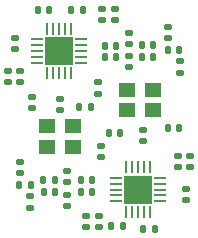
<source format=gbr>
%TF.GenerationSoftware,KiCad,Pcbnew,6.0.7-f9a2dced07~116~ubuntu20.04.1*%
%TF.CreationDate,2022-09-24T19:15:38+02:00*%
%TF.ProjectId,SRRReceiver,53525252-6563-4656-9976-65722e6b6963,rev?*%
%TF.SameCoordinates,Original*%
%TF.FileFunction,Soldermask,Top*%
%TF.FilePolarity,Negative*%
%FSLAX46Y46*%
G04 Gerber Fmt 4.6, Leading zero omitted, Abs format (unit mm)*
G04 Created by KiCad (PCBNEW 6.0.7-f9a2dced07~116~ubuntu20.04.1) date 2022-09-24 19:15:38*
%MOMM*%
%LPD*%
G01*
G04 APERTURE LIST*
G04 Aperture macros list*
%AMRoundRect*
0 Rectangle with rounded corners*
0 $1 Rounding radius*
0 $2 $3 $4 $5 $6 $7 $8 $9 X,Y pos of 4 corners*
0 Add a 4 corners polygon primitive as box body*
4,1,4,$2,$3,$4,$5,$6,$7,$8,$9,$2,$3,0*
0 Add four circle primitives for the rounded corners*
1,1,$1+$1,$2,$3*
1,1,$1+$1,$4,$5*
1,1,$1+$1,$6,$7*
1,1,$1+$1,$8,$9*
0 Add four rect primitives between the rounded corners*
20,1,$1+$1,$2,$3,$4,$5,0*
20,1,$1+$1,$4,$5,$6,$7,0*
20,1,$1+$1,$6,$7,$8,$9,0*
20,1,$1+$1,$8,$9,$2,$3,0*%
G04 Aperture macros list end*
%ADD10R,1.400000X1.200000*%
%ADD11RoundRect,0.140000X0.170000X-0.140000X0.170000X0.140000X-0.170000X0.140000X-0.170000X-0.140000X0*%
%ADD12RoundRect,0.140000X-0.170000X0.140000X-0.170000X-0.140000X0.170000X-0.140000X0.170000X0.140000X0*%
%ADD13RoundRect,0.140000X-0.140000X-0.170000X0.140000X-0.170000X0.140000X0.170000X-0.140000X0.170000X0*%
%ADD14RoundRect,0.147500X0.147500X0.172500X-0.147500X0.172500X-0.147500X-0.172500X0.147500X-0.172500X0*%
%ADD15RoundRect,0.140000X0.140000X0.170000X-0.140000X0.170000X-0.140000X-0.170000X0.140000X-0.170000X0*%
%ADD16RoundRect,0.062500X-0.425000X-0.062500X0.425000X-0.062500X0.425000X0.062500X-0.425000X0.062500X0*%
%ADD17RoundRect,0.062500X-0.062500X-0.425000X0.062500X-0.425000X0.062500X0.425000X-0.062500X0.425000X0*%
%ADD18R,2.400000X2.400000*%
%ADD19RoundRect,0.062500X0.425000X0.062500X-0.425000X0.062500X-0.425000X-0.062500X0.425000X-0.062500X0*%
%ADD20RoundRect,0.062500X0.062500X0.425000X-0.062500X0.425000X-0.062500X-0.425000X0.062500X-0.425000X0*%
%ADD21RoundRect,0.147500X-0.147500X-0.172500X0.147500X-0.172500X0.147500X0.172500X-0.147500X0.172500X0*%
%ADD22RoundRect,0.147500X0.172500X-0.147500X0.172500X0.147500X-0.172500X0.147500X-0.172500X-0.147500X0*%
%ADD23RoundRect,0.135000X-0.135000X-0.185000X0.135000X-0.185000X0.135000X0.185000X-0.135000X0.185000X0*%
%ADD24RoundRect,0.147500X-0.172500X0.147500X-0.172500X-0.147500X0.172500X-0.147500X0.172500X0.147500X0*%
%ADD25RoundRect,0.135000X0.135000X0.185000X-0.135000X0.185000X-0.135000X-0.185000X0.135000X-0.185000X0*%
G04 APERTURE END LIST*
D10*
%TO.C,Y2*%
X119900000Y-90250000D03*
X122100000Y-90250000D03*
X122100000Y-91950000D03*
X119900000Y-91950000D03*
%TD*%
%TO.C,Y1*%
X128816250Y-87138154D03*
X126616250Y-87138154D03*
X126616250Y-88838154D03*
X128816250Y-88838154D03*
%TD*%
D11*
%TO.C,C5*%
X124237500Y-98780000D03*
X124237500Y-97820000D03*
%TD*%
D12*
%TO.C,C6*%
X124400000Y-91908154D03*
X124400000Y-92868154D03*
%TD*%
D13*
%TO.C,C7*%
X125098750Y-90788154D03*
X126058750Y-90788154D03*
%TD*%
%TO.C,C32*%
X127920000Y-83350000D03*
X128880000Y-83350000D03*
%TD*%
D14*
%TO.C,L6*%
X131085000Y-83800000D03*
X130115000Y-83800000D03*
%TD*%
D11*
%TO.C,C31*%
X126800000Y-85230000D03*
X126800000Y-84270000D03*
%TD*%
D14*
%TO.C,L5*%
X128885000Y-84400000D03*
X127915000Y-84400000D03*
%TD*%
D15*
%TO.C,C18*%
X123580000Y-88600000D03*
X122620000Y-88600000D03*
%TD*%
D12*
%TO.C,C15*%
X121600000Y-94020000D03*
X121600000Y-94980000D03*
%TD*%
D16*
%TO.C,U2*%
X119012500Y-82850000D03*
X119012500Y-83350000D03*
X119012500Y-83850000D03*
X119012500Y-84350000D03*
X119012500Y-84850000D03*
D17*
X119900000Y-85737500D03*
X120400000Y-85737500D03*
X120900000Y-85737500D03*
X121400000Y-85737500D03*
X121900000Y-85737500D03*
D16*
X122787500Y-84850000D03*
X122787500Y-84350000D03*
X122787500Y-83850000D03*
X122787500Y-83350000D03*
X122787500Y-82850000D03*
D17*
X121900000Y-81962500D03*
X121400000Y-81962500D03*
X120900000Y-81962500D03*
X120400000Y-81962500D03*
X119900000Y-81962500D03*
D18*
X120900000Y-83850000D03*
%TD*%
D12*
%TO.C,C33*%
X130100000Y-81820000D03*
X130100000Y-82780000D03*
%TD*%
%TO.C,C2*%
X130978750Y-92708154D03*
X130978750Y-93668154D03*
%TD*%
D11*
%TO.C,C28*%
X131658750Y-96468154D03*
X131658750Y-95508154D03*
%TD*%
D13*
%TO.C,C14*%
X122720000Y-95788154D03*
X123680000Y-95788154D03*
%TD*%
D19*
%TO.C,U1*%
X129458750Y-96588154D03*
X129458750Y-96088154D03*
X129458750Y-95588154D03*
X129458750Y-95088154D03*
X129458750Y-94588154D03*
D20*
X128571250Y-93700654D03*
X128071250Y-93700654D03*
X127571250Y-93700654D03*
X127071250Y-93700654D03*
X126571250Y-93700654D03*
D19*
X125683750Y-94588154D03*
X125683750Y-95088154D03*
X125683750Y-95588154D03*
X125683750Y-96088154D03*
X125683750Y-96588154D03*
D20*
X126571250Y-97475654D03*
X127071250Y-97475654D03*
X127571250Y-97475654D03*
X128071250Y-97475654D03*
X128571250Y-97475654D03*
D18*
X127571250Y-95588154D03*
%TD*%
D21*
%TO.C,L2*%
X119565000Y-94788154D03*
X120535000Y-94788154D03*
%TD*%
D11*
%TO.C,C21*%
X116600000Y-86480000D03*
X116600000Y-85520000D03*
%TD*%
D12*
%TO.C,C24*%
X125600000Y-80270000D03*
X125600000Y-81230000D03*
%TD*%
D11*
%TO.C,C25*%
X121000000Y-88880000D03*
X121000000Y-87920000D03*
%TD*%
D12*
%TO.C,C20*%
X118600000Y-87720000D03*
X118600000Y-88680000D03*
%TD*%
%TO.C,C19*%
X117550000Y-93270000D03*
X117550000Y-94230000D03*
%TD*%
%TO.C,C1*%
X131978750Y-92708154D03*
X131978750Y-93668154D03*
%TD*%
%TO.C,C12*%
X117200000Y-82720000D03*
X117200000Y-83680000D03*
%TD*%
D15*
%TO.C,C11*%
X128980000Y-98900000D03*
X128020000Y-98900000D03*
%TD*%
D11*
%TO.C,C27*%
X124200000Y-87480000D03*
X124200000Y-86520000D03*
%TD*%
%TO.C,C3*%
X123200000Y-98780000D03*
X123200000Y-97820000D03*
%TD*%
D15*
%TO.C,C10*%
X131080000Y-90400000D03*
X130120000Y-90400000D03*
%TD*%
%TO.C,C29*%
X125730000Y-84400000D03*
X124770000Y-84400000D03*
%TD*%
D12*
%TO.C,C4*%
X127978750Y-90508154D03*
X127978750Y-91468154D03*
%TD*%
D15*
%TO.C,C16*%
X120538750Y-95800000D03*
X119578750Y-95800000D03*
%TD*%
D22*
%TO.C,L4*%
X126800000Y-83285000D03*
X126800000Y-82315000D03*
%TD*%
D15*
%TO.C,C30*%
X125730000Y-83400000D03*
X124770000Y-83400000D03*
%TD*%
D13*
%TO.C,C13*%
X122720000Y-94788154D03*
X123680000Y-94788154D03*
%TD*%
%TO.C,C23*%
X119120000Y-80400000D03*
X120080000Y-80400000D03*
%TD*%
D23*
%TO.C,R2*%
X121890000Y-80400000D03*
X122910000Y-80400000D03*
%TD*%
D12*
%TO.C,C26*%
X124500000Y-80270000D03*
X124500000Y-81230000D03*
%TD*%
D24*
%TO.C,L1*%
X121600000Y-96015000D03*
X121600000Y-96985000D03*
%TD*%
D11*
%TO.C,C17*%
X118458750Y-97130000D03*
X118458750Y-96170000D03*
%TD*%
D21*
%TO.C,L3*%
X117515000Y-95200000D03*
X118485000Y-95200000D03*
%TD*%
D11*
%TO.C,C34*%
X131100000Y-85680000D03*
X131100000Y-84720000D03*
%TD*%
%TO.C,C22*%
X117600000Y-86480000D03*
X117600000Y-85520000D03*
%TD*%
D25*
%TO.C,R1*%
X126310000Y-98700000D03*
X125290000Y-98700000D03*
%TD*%
M02*

</source>
